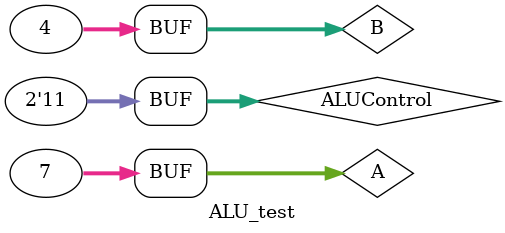
<source format=v>
`timescale 1ns / 1ps


module ALU_test;

	// Inputs
	reg [31:0] A;
	reg [31:0] B;
	reg [1:0] ALUControl;

	// Outputs
	wire [31:0] Result;
	wire Zero;
	wire Negative;
	wire Carry;
	wire Overflow;

	// Instantiate the Unit Under Test (UUT)
	ALU_ARM uut (
		.A(A), 
		.B(B), 
		.ALUControl(ALUControl), 
		.Result(Result), 
		.Zero(Zero), 
		.Negative(Negative), 
		.Carry(Carry), 
		.Overflow(Overflow)
	);

	initial begin
		// Initialize Inputs
		A = 7;
		B = 4;
		ALUControl = 0; 

		// Wait 100 ns for global reset to finish
		#10;
        
		// Add stimulus here
		#10; ALUControl = 1;
		#10; ALUControl = 2;
		#10; ALUControl = 3;

	end
      
endmodule


</source>
